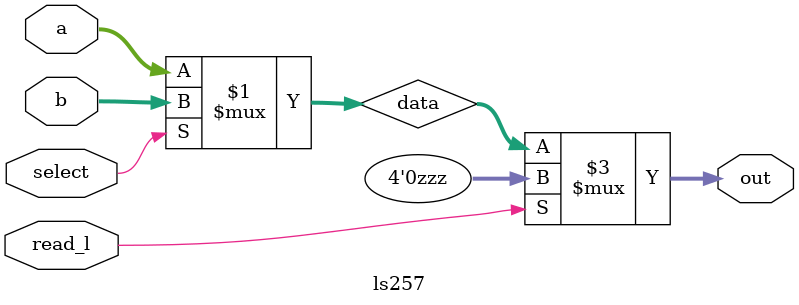
<source format=sv>
module	ls257	#(parameter width = 4)
		(input logic [width-1:0] a, b,
		 input logic select, read_l,
		output logic [width-1:0] out);

	logic [width-1:0] data;

	assign data = (select) ? b : a;
	assign out = (read_l) ? (width-1)'dz : data;

endmodule 

</source>
